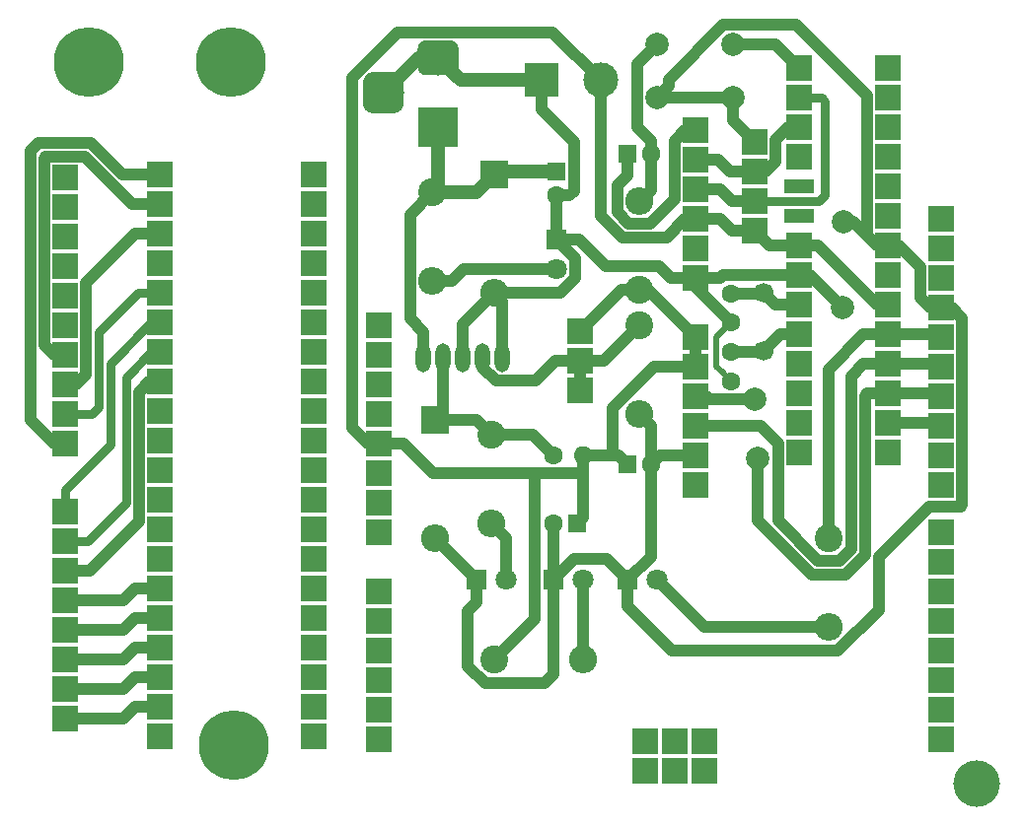
<source format=gbr>
G04 #@! TF.GenerationSoftware,KiCad,Pcbnew,(5.1.2)-2*
G04 #@! TF.CreationDate,2020-05-15T03:36:29+07:00*
G04 #@! TF.ProjectId,raspberypi_data,72617370-6265-4727-9970-695f64617461,rev?*
G04 #@! TF.SameCoordinates,Original*
G04 #@! TF.FileFunction,Copper,L2,Bot*
G04 #@! TF.FilePolarity,Positive*
%FSLAX46Y46*%
G04 Gerber Fmt 4.6, Leading zero omitted, Abs format (unit mm)*
G04 Created by KiCad (PCBNEW (5.1.2)-2) date 2020-05-15 03:36:29*
%MOMM*%
%LPD*%
G04 APERTURE LIST*
%ADD10R,2.200000X2.200000*%
%ADD11C,1.600000*%
%ADD12R,1.600000X1.600000*%
%ADD13O,2.400000X2.400000*%
%ADD14R,2.400000X2.400000*%
%ADD15R,1.800000X1.800000*%
%ADD16C,1.800000*%
%ADD17R,3.500000X3.500000*%
%ADD18C,0.100000*%
%ADD19C,3.000000*%
%ADD20C,3.500000*%
%ADD21R,3.000000X3.000000*%
%ADD22O,1.600000X1.600000*%
%ADD23C,2.400000*%
%ADD24C,2.000000*%
%ADD25O,1.275000X2.500000*%
%ADD26R,2.500000X1.200000*%
%ADD27C,1.700000*%
%ADD28C,4.000000*%
%ADD29C,6.000000*%
%ADD30C,1.200000*%
%ADD31C,1.000000*%
%ADD32C,0.500000*%
%ADD33C,0.800000*%
G04 APERTURE END LIST*
D10*
X92964000Y-102489000D03*
X92964000Y-105029000D03*
X95504000Y-105029000D03*
X95504000Y-102489000D03*
X98044000Y-105029000D03*
X70104000Y-89662000D03*
X70104000Y-84582000D03*
X70104000Y-82042000D03*
X70104000Y-79502000D03*
X70104000Y-76962000D03*
X70104000Y-74422000D03*
X70104000Y-71882000D03*
X70104000Y-69342000D03*
X118364000Y-102362000D03*
X118364000Y-99822000D03*
X118364000Y-97282000D03*
X118364000Y-94742000D03*
X118364000Y-92202000D03*
X118364000Y-89662000D03*
X118364000Y-87122000D03*
X118364000Y-84582000D03*
X118364000Y-65278000D03*
X118364000Y-80518000D03*
X118364000Y-77978000D03*
X118364000Y-75438000D03*
X118364000Y-57658000D03*
X118364000Y-60198000D03*
X118364000Y-62738000D03*
X118364000Y-67818000D03*
X118364000Y-70358000D03*
X118364000Y-72898000D03*
X70104000Y-66802000D03*
X70104000Y-92202000D03*
X70104000Y-94742000D03*
X70104000Y-97282000D03*
X70104000Y-99822000D03*
X70104000Y-102362000D03*
X98044000Y-102489000D03*
X51308000Y-53848000D03*
X51308000Y-56388000D03*
X51308000Y-58928000D03*
X51308000Y-61468000D03*
X51308000Y-64008000D03*
X51308000Y-66548000D03*
X51308000Y-69088000D03*
X51308000Y-71628000D03*
X51308000Y-74168000D03*
X51308000Y-76708000D03*
X51308000Y-79248000D03*
X51308000Y-81788000D03*
X51308000Y-84328000D03*
X51308000Y-86868000D03*
X51308000Y-89408000D03*
X51308000Y-91948000D03*
X51308000Y-94488000D03*
X51308000Y-97028000D03*
X51308000Y-99568000D03*
X51308000Y-102108000D03*
X64516000Y-102108000D03*
X64516000Y-99568000D03*
X64516000Y-97028000D03*
X64516000Y-94488000D03*
X64516000Y-91948000D03*
X64516000Y-89408000D03*
X64516000Y-86868000D03*
X64516000Y-84328000D03*
X64516000Y-81788000D03*
X64516000Y-79248000D03*
X64516000Y-76708000D03*
X64516000Y-74168000D03*
X64516000Y-71628000D03*
X64516000Y-69088000D03*
X64516000Y-66548000D03*
X64516000Y-64008000D03*
X64516000Y-61468000D03*
X64516000Y-58928000D03*
X64516000Y-56388000D03*
X64516000Y-53848000D03*
X43180000Y-76962000D03*
X43180000Y-74422000D03*
X43180000Y-71882000D03*
X43180000Y-69342000D03*
X43180000Y-66802000D03*
X43180000Y-64262000D03*
X43180000Y-61722000D03*
X43180000Y-59182000D03*
X43180000Y-56642000D03*
X43180000Y-54102000D03*
X43180000Y-100584000D03*
X43180000Y-98044000D03*
X43180000Y-95504000D03*
X43180000Y-92964000D03*
X43180000Y-90424000D03*
X43180000Y-87884000D03*
X43180000Y-85344000D03*
X43180000Y-82804000D03*
D11*
X85344000Y-55594000D03*
D12*
X85344000Y-53594000D03*
X91440000Y-78740000D03*
D11*
X93440000Y-78740000D03*
D12*
X87090000Y-83820000D03*
D11*
X85090000Y-83820000D03*
X93440000Y-52070000D03*
D12*
X91440000Y-52070000D03*
D13*
X80010000Y-64008000D03*
D14*
X80010000Y-53848000D03*
D15*
X85344000Y-59436000D03*
D16*
X85344000Y-61976000D03*
X87630000Y-88646000D03*
D15*
X85090000Y-88646000D03*
X91440000Y-88646000D03*
D16*
X93980000Y-88646000D03*
D14*
X74930000Y-74930000D03*
D13*
X74930000Y-85090000D03*
D16*
X81026000Y-88646000D03*
D15*
X78486000Y-88646000D03*
D17*
X75184000Y-49784000D03*
D18*
G36*
X76257513Y-42287611D02*
G01*
X76330318Y-42298411D01*
X76401714Y-42316295D01*
X76471013Y-42341090D01*
X76537548Y-42372559D01*
X76600678Y-42410398D01*
X76659795Y-42454242D01*
X76714330Y-42503670D01*
X76763758Y-42558205D01*
X76807602Y-42617322D01*
X76845441Y-42680452D01*
X76876910Y-42746987D01*
X76901705Y-42816286D01*
X76919589Y-42887682D01*
X76930389Y-42960487D01*
X76934000Y-43034000D01*
X76934000Y-44534000D01*
X76930389Y-44607513D01*
X76919589Y-44680318D01*
X76901705Y-44751714D01*
X76876910Y-44821013D01*
X76845441Y-44887548D01*
X76807602Y-44950678D01*
X76763758Y-45009795D01*
X76714330Y-45064330D01*
X76659795Y-45113758D01*
X76600678Y-45157602D01*
X76537548Y-45195441D01*
X76471013Y-45226910D01*
X76401714Y-45251705D01*
X76330318Y-45269589D01*
X76257513Y-45280389D01*
X76184000Y-45284000D01*
X74184000Y-45284000D01*
X74110487Y-45280389D01*
X74037682Y-45269589D01*
X73966286Y-45251705D01*
X73896987Y-45226910D01*
X73830452Y-45195441D01*
X73767322Y-45157602D01*
X73708205Y-45113758D01*
X73653670Y-45064330D01*
X73604242Y-45009795D01*
X73560398Y-44950678D01*
X73522559Y-44887548D01*
X73491090Y-44821013D01*
X73466295Y-44751714D01*
X73448411Y-44680318D01*
X73437611Y-44607513D01*
X73434000Y-44534000D01*
X73434000Y-43034000D01*
X73437611Y-42960487D01*
X73448411Y-42887682D01*
X73466295Y-42816286D01*
X73491090Y-42746987D01*
X73522559Y-42680452D01*
X73560398Y-42617322D01*
X73604242Y-42558205D01*
X73653670Y-42503670D01*
X73708205Y-42454242D01*
X73767322Y-42410398D01*
X73830452Y-42372559D01*
X73896987Y-42341090D01*
X73966286Y-42316295D01*
X74037682Y-42298411D01*
X74110487Y-42287611D01*
X74184000Y-42284000D01*
X76184000Y-42284000D01*
X76257513Y-42287611D01*
X76257513Y-42287611D01*
G37*
D19*
X75184000Y-43784000D03*
D18*
G36*
X71444765Y-45038213D02*
G01*
X71529704Y-45050813D01*
X71612999Y-45071677D01*
X71693848Y-45100605D01*
X71771472Y-45137319D01*
X71845124Y-45181464D01*
X71914094Y-45232616D01*
X71977718Y-45290282D01*
X72035384Y-45353906D01*
X72086536Y-45422876D01*
X72130681Y-45496528D01*
X72167395Y-45574152D01*
X72196323Y-45655001D01*
X72217187Y-45738296D01*
X72229787Y-45823235D01*
X72234000Y-45909000D01*
X72234000Y-47659000D01*
X72229787Y-47744765D01*
X72217187Y-47829704D01*
X72196323Y-47912999D01*
X72167395Y-47993848D01*
X72130681Y-48071472D01*
X72086536Y-48145124D01*
X72035384Y-48214094D01*
X71977718Y-48277718D01*
X71914094Y-48335384D01*
X71845124Y-48386536D01*
X71771472Y-48430681D01*
X71693848Y-48467395D01*
X71612999Y-48496323D01*
X71529704Y-48517187D01*
X71444765Y-48529787D01*
X71359000Y-48534000D01*
X69609000Y-48534000D01*
X69523235Y-48529787D01*
X69438296Y-48517187D01*
X69355001Y-48496323D01*
X69274152Y-48467395D01*
X69196528Y-48430681D01*
X69122876Y-48386536D01*
X69053906Y-48335384D01*
X68990282Y-48277718D01*
X68932616Y-48214094D01*
X68881464Y-48145124D01*
X68837319Y-48071472D01*
X68800605Y-47993848D01*
X68771677Y-47912999D01*
X68750813Y-47829704D01*
X68738213Y-47744765D01*
X68734000Y-47659000D01*
X68734000Y-45909000D01*
X68738213Y-45823235D01*
X68750813Y-45738296D01*
X68771677Y-45655001D01*
X68800605Y-45574152D01*
X68837319Y-45496528D01*
X68881464Y-45422876D01*
X68932616Y-45353906D01*
X68990282Y-45290282D01*
X69053906Y-45232616D01*
X69122876Y-45181464D01*
X69196528Y-45137319D01*
X69274152Y-45100605D01*
X69355001Y-45071677D01*
X69438296Y-45050813D01*
X69523235Y-45038213D01*
X69609000Y-45034000D01*
X71359000Y-45034000D01*
X71444765Y-45038213D01*
X71444765Y-45038213D01*
G37*
D20*
X70484000Y-46784000D03*
D10*
X97282000Y-50038000D03*
X97282000Y-52578000D03*
X97282000Y-55118000D03*
X97282000Y-57658000D03*
X97282000Y-60198000D03*
X97282000Y-62738000D03*
D21*
X84074000Y-45720000D03*
D19*
X89154000Y-45720000D03*
D10*
X102362000Y-51054000D03*
X102362000Y-53594000D03*
X102362000Y-56134000D03*
X102362000Y-58674000D03*
X97282000Y-67818000D03*
X97282000Y-70358000D03*
X97282000Y-72898000D03*
X97282000Y-75438000D03*
X97282000Y-77978000D03*
X97282000Y-80518000D03*
D11*
X85090000Y-77978000D03*
D22*
X87630000Y-77978000D03*
D23*
X74676000Y-55372000D03*
D13*
X74676000Y-62992000D03*
X87630000Y-95504000D03*
D23*
X80010000Y-95504000D03*
X108712000Y-85090000D03*
D13*
X108712000Y-92710000D03*
X92456000Y-74422000D03*
D23*
X92456000Y-66802000D03*
X79756000Y-76200000D03*
D13*
X79756000Y-83820000D03*
X92456000Y-56134000D03*
D23*
X92456000Y-63754000D03*
D10*
X87376000Y-72390000D03*
X87376000Y-69850000D03*
X87376000Y-67310000D03*
D24*
X93980000Y-47172000D03*
X93980000Y-42672000D03*
X100480000Y-47172000D03*
X100480000Y-42672000D03*
D25*
X73914000Y-69596000D03*
X75614000Y-69596000D03*
X77314000Y-69596000D03*
X79014000Y-69596000D03*
X80714000Y-69596000D03*
D10*
X106172000Y-44704000D03*
X113792000Y-77724000D03*
X106172000Y-47244000D03*
X113792000Y-75184000D03*
X106172000Y-49784000D03*
X113792000Y-72644000D03*
X106172000Y-52324000D03*
X113792000Y-70104000D03*
D26*
X106172000Y-54864000D03*
D10*
X113792000Y-67564000D03*
D26*
X106172000Y-57404000D03*
D10*
X113792000Y-65024000D03*
X106172000Y-59944000D03*
X113792000Y-62484000D03*
X106172000Y-62484000D03*
X113792000Y-59944000D03*
X106172000Y-65024000D03*
X113792000Y-57404000D03*
X106172000Y-67564000D03*
X113792000Y-54864000D03*
X106172000Y-70104000D03*
X113792000Y-52324000D03*
X106172000Y-72644000D03*
X113792000Y-49784000D03*
X106172000Y-75184000D03*
X113792000Y-47244000D03*
X106172000Y-77724000D03*
X113792000Y-44704000D03*
D27*
X103124000Y-64008000D03*
X103124000Y-69008000D03*
D11*
X100330000Y-64048000D03*
X100330000Y-66548000D03*
X100330000Y-69088000D03*
X100330000Y-71588000D03*
D28*
X121412000Y-106172000D03*
D29*
X57658000Y-102870000D03*
X45212000Y-44196000D03*
X57404000Y-44196000D03*
D24*
X109982000Y-57912000D03*
X109886002Y-65278000D03*
X102362000Y-73152000D03*
X102616000Y-78232000D03*
D30*
X75184000Y-54864000D02*
X74676000Y-55372000D01*
X75184000Y-49784000D02*
X75184000Y-54864000D01*
X78486000Y-55372000D02*
X80010000Y-53848000D01*
X74676000Y-55372000D02*
X78486000Y-55372000D01*
X80264000Y-53594000D02*
X80010000Y-53848000D01*
X85344000Y-53594000D02*
X80264000Y-53594000D01*
D31*
X73914000Y-67346000D02*
X73914000Y-69596000D01*
X72775999Y-66207999D02*
X73914000Y-67346000D01*
X72775999Y-57272001D02*
X72775999Y-66207999D01*
X74676000Y-55372000D02*
X72775999Y-57272001D01*
D30*
X73484000Y-43784000D02*
X70484000Y-46784000D01*
X75184000Y-43784000D02*
X73484000Y-43784000D01*
X77120000Y-45720000D02*
X75184000Y-43784000D01*
X84074000Y-45720000D02*
X77120000Y-45720000D01*
D31*
X86475370Y-55594000D02*
X85344000Y-55594000D01*
X86844001Y-55225369D02*
X86475370Y-55594000D01*
X86844001Y-50990001D02*
X86844001Y-55225369D01*
X84074000Y-48220000D02*
X86844001Y-50990001D01*
X84074000Y-45720000D02*
X84074000Y-48220000D01*
X86944001Y-61036001D02*
X85344000Y-59436000D01*
X86944001Y-62744001D02*
X86944001Y-61036001D01*
X85680002Y-64008000D02*
X86944001Y-62744001D01*
X80010000Y-64008000D02*
X85680002Y-64008000D01*
X85344000Y-55594000D02*
X85344000Y-59436000D01*
X80714000Y-64712000D02*
X80714000Y-69596000D01*
X80010000Y-64008000D02*
X80714000Y-64712000D01*
X77314000Y-66704000D02*
X80010000Y-64008000D01*
X77314000Y-69596000D02*
X77314000Y-66704000D01*
X93980000Y-47172000D02*
X100480000Y-47172000D01*
X100480000Y-49172000D02*
X102362000Y-51054000D01*
X100480000Y-47172000D02*
X100480000Y-49172000D01*
X74930000Y-85090000D02*
X78486000Y-88646000D01*
X85090000Y-83820000D02*
X85090000Y-88646000D01*
X89662000Y-86868000D02*
X91440000Y-88646000D01*
X86868000Y-86868000D02*
X89662000Y-86868000D01*
X85090000Y-88646000D02*
X86868000Y-86868000D01*
X93440000Y-86646000D02*
X91440000Y-88646000D01*
X93440000Y-78740000D02*
X93440000Y-86646000D01*
X93440000Y-75406000D02*
X93440000Y-78740000D01*
X92456000Y-74422000D02*
X93440000Y-75406000D01*
X94202000Y-77978000D02*
X93440000Y-78740000D01*
X97282000Y-77978000D02*
X94202000Y-77978000D01*
X97282000Y-63500000D02*
X100330000Y-66548000D01*
X97282000Y-62738000D02*
X97282000Y-63500000D01*
X99382000Y-62738000D02*
X97282000Y-62738000D01*
X99662001Y-62457999D02*
X99382000Y-62738000D01*
X104045999Y-62457999D02*
X99662001Y-62457999D01*
X104072000Y-62484000D02*
X104045999Y-62457999D01*
X106172000Y-62484000D02*
X104072000Y-62484000D01*
X117443998Y-65278000D02*
X118364000Y-65278000D01*
X116563999Y-64398001D02*
X117443998Y-65278000D01*
X116563999Y-61795997D02*
X116563999Y-64398001D01*
X114712002Y-59944000D02*
X116563999Y-61795997D01*
X113792000Y-59944000D02*
X114712002Y-59944000D01*
D32*
X99530001Y-70788001D02*
X100330000Y-71588000D01*
X99079999Y-70337999D02*
X99530001Y-70788001D01*
X99079999Y-67798001D02*
X99079999Y-70337999D01*
X100330000Y-66548000D02*
X99079999Y-67798001D01*
D31*
X109492002Y-94742000D02*
X95250000Y-94742000D01*
X113012020Y-91221982D02*
X109492002Y-94742000D01*
X113012020Y-86631980D02*
X113012020Y-91221982D01*
X119284002Y-65278000D02*
X120164001Y-66157999D01*
X118364000Y-65278000D02*
X119284002Y-65278000D01*
X120164001Y-66157999D02*
X120164001Y-82178001D01*
X120164001Y-82178001D02*
X120024001Y-82318001D01*
X120024001Y-82318001D02*
X117325999Y-82318001D01*
X117325999Y-82318001D02*
X113012020Y-86631980D01*
X91440000Y-90932000D02*
X91440000Y-88646000D01*
X95250000Y-94742000D02*
X91440000Y-90932000D01*
X95182000Y-62738000D02*
X97282000Y-62738000D01*
X94166000Y-61722000D02*
X95182000Y-62738000D01*
X89530000Y-61722000D02*
X94166000Y-61722000D01*
X87244000Y-59436000D02*
X89530000Y-61722000D01*
X85344000Y-59436000D02*
X87244000Y-59436000D01*
X78486000Y-90546000D02*
X77724000Y-91308000D01*
X78486000Y-88646000D02*
X78486000Y-90546000D01*
X77724000Y-96030002D02*
X79229998Y-97536000D01*
X77724000Y-91308000D02*
X77724000Y-96030002D01*
X85090000Y-90546000D02*
X85090000Y-88646000D01*
X85090000Y-96774000D02*
X85090000Y-90546000D01*
X84328000Y-97536000D02*
X85090000Y-96774000D01*
X79229998Y-97536000D02*
X84328000Y-97536000D01*
X112871998Y-59944000D02*
X113792000Y-59944000D01*
X111991999Y-59064001D02*
X112871998Y-59944000D01*
X111991999Y-47063997D02*
X111991999Y-59064001D01*
X105900001Y-40971999D02*
X111991999Y-47063997D01*
X99663999Y-40971999D02*
X105900001Y-40971999D01*
X94979999Y-45655999D02*
X99663999Y-40971999D01*
X94979999Y-46172001D02*
X94979999Y-45655999D01*
X93980000Y-47172000D02*
X94979999Y-46172001D01*
X107092002Y-62484000D02*
X109886002Y-65278000D01*
X106172000Y-62484000D02*
X107092002Y-62484000D01*
X112871998Y-59944000D02*
X110839998Y-57912000D01*
X110839998Y-57912000D02*
X109982000Y-57912000D01*
X109982000Y-57912000D02*
X109982000Y-57912000D01*
X109886002Y-65278000D02*
X109886002Y-65278000D01*
X96361998Y-57658000D02*
X97282000Y-57658000D01*
X94785987Y-59234011D02*
X96361998Y-57658000D01*
X89154000Y-57341072D02*
X91046939Y-59234011D01*
X89154000Y-45720000D02*
X89154000Y-57341072D01*
X90932000Y-63754000D02*
X87376000Y-67310000D01*
X92456000Y-63754000D02*
X90932000Y-63754000D01*
X90678000Y-77978000D02*
X91440000Y-78740000D01*
X87630000Y-83280000D02*
X87090000Y-83820000D01*
X87399999Y-79478001D02*
X87630000Y-79248000D01*
X72204000Y-76962000D02*
X74720001Y-79478001D01*
X70104000Y-76962000D02*
X72204000Y-76962000D01*
X87630000Y-77978000D02*
X87630000Y-79248000D01*
X87630000Y-79248000D02*
X87630000Y-83280000D01*
X83489999Y-79578001D02*
X83589999Y-79478001D01*
X83489999Y-92024001D02*
X83489999Y-79578001D01*
X80010000Y-95504000D02*
X83489999Y-92024001D01*
X74720001Y-79478001D02*
X83589999Y-79478001D01*
X83589999Y-79478001D02*
X87399999Y-79478001D01*
X97282000Y-67818000D02*
X97282000Y-70358000D01*
X93218000Y-63754000D02*
X97282000Y-67818000D01*
X92456000Y-63754000D02*
X93218000Y-63754000D01*
X90170000Y-73895998D02*
X90170000Y-77978000D01*
X93707998Y-70358000D02*
X90170000Y-73895998D01*
X97282000Y-70358000D02*
X93707998Y-70358000D01*
X87630000Y-77978000D02*
X90170000Y-77978000D01*
X90170000Y-77978000D02*
X90678000Y-77978000D01*
X112871998Y-65024000D02*
X113792000Y-65024000D01*
X107791998Y-59944000D02*
X112871998Y-65024000D01*
X106172000Y-59944000D02*
X107791998Y-59944000D01*
X103632000Y-59944000D02*
X106172000Y-59944000D01*
X102362000Y-58674000D02*
X103632000Y-59944000D01*
X100398000Y-58674000D02*
X102362000Y-58674000D01*
X99382000Y-57658000D02*
X100398000Y-58674000D01*
X97282000Y-57658000D02*
X99382000Y-57658000D01*
X91046939Y-59234011D02*
X94785987Y-59234011D01*
X69183998Y-76962000D02*
X70104000Y-76962000D01*
X67803999Y-75582001D02*
X69183998Y-76962000D01*
X67803999Y-45486601D02*
X67803999Y-75582001D01*
X71706610Y-41583990D02*
X67803999Y-45486601D01*
X89154000Y-45720000D02*
X85017990Y-41583990D01*
X85017990Y-41583990D02*
X71706610Y-41583990D01*
X93440000Y-50938630D02*
X93440000Y-52070000D01*
X92279999Y-49778629D02*
X93440000Y-50938630D01*
X92279999Y-44372001D02*
X92279999Y-49778629D01*
X93980000Y-42672000D02*
X92279999Y-44372001D01*
X93440000Y-55150000D02*
X93440000Y-52070000D01*
X92456000Y-56134000D02*
X93440000Y-55150000D01*
X104140000Y-42672000D02*
X106172000Y-44704000D01*
X100480000Y-42672000D02*
X104140000Y-42672000D01*
X96361998Y-50038000D02*
X97282000Y-50038000D01*
X95481999Y-55920003D02*
X95481999Y-50917999D01*
X93368001Y-58034001D02*
X95481999Y-55920003D01*
X91543999Y-58034001D02*
X93368001Y-58034001D01*
X95481999Y-50917999D02*
X96361998Y-50038000D01*
X90555999Y-57046001D02*
X91543999Y-58034001D01*
X90555999Y-54754001D02*
X90555999Y-57046001D01*
X91440000Y-53870000D02*
X90555999Y-54754001D01*
X91440000Y-52070000D02*
X91440000Y-53870000D01*
X104140000Y-65024000D02*
X106172000Y-65024000D01*
X103124000Y-64008000D02*
X104140000Y-65024000D01*
X103084000Y-64048000D02*
X103124000Y-64008000D01*
X100330000Y-64048000D02*
X103084000Y-64048000D01*
X104568000Y-67564000D02*
X106172000Y-67564000D01*
X103124000Y-69008000D02*
X104568000Y-67564000D01*
X103044000Y-69088000D02*
X103124000Y-69008000D01*
X100330000Y-69088000D02*
X103044000Y-69088000D01*
X84071208Y-61976000D02*
X85344000Y-61976000D01*
X77389056Y-61976000D02*
X84071208Y-61976000D01*
X76373056Y-62992000D02*
X77389056Y-61976000D01*
X74676000Y-62992000D02*
X76373056Y-62992000D01*
X87630000Y-88646000D02*
X87630000Y-95504000D01*
X98044000Y-92710000D02*
X108712000Y-92710000D01*
X93980000Y-88646000D02*
X98044000Y-92710000D01*
X75614000Y-74246000D02*
X74930000Y-74930000D01*
X75614000Y-69596000D02*
X75614000Y-74246000D01*
X78486000Y-74930000D02*
X79756000Y-76200000D01*
X74930000Y-74930000D02*
X78486000Y-74930000D01*
X83312000Y-76200000D02*
X85090000Y-77978000D01*
X79756000Y-76200000D02*
X83312000Y-76200000D01*
X81026000Y-85090000D02*
X81026000Y-88646000D01*
X79756000Y-83820000D02*
X81026000Y-85090000D01*
X42259998Y-76962000D02*
X43180000Y-76962000D01*
X48083072Y-53848000D02*
X45337061Y-51101989D01*
X40179989Y-51768011D02*
X40179989Y-74881991D01*
X51308000Y-53848000D02*
X48083072Y-53848000D01*
X45337061Y-51101989D02*
X40846011Y-51101989D01*
X40846011Y-51101989D02*
X40179989Y-51768011D01*
X40179989Y-74881991D02*
X42259998Y-76962000D01*
X42259998Y-69342000D02*
X43180000Y-69342000D01*
X41379999Y-68462001D02*
X42259998Y-69342000D01*
X41519999Y-52301999D02*
X41379999Y-52441999D01*
X41379999Y-52441999D02*
X41379999Y-68462001D01*
X44840001Y-52301999D02*
X41519999Y-52301999D01*
X48926002Y-56388000D02*
X44840001Y-52301999D01*
X51308000Y-56388000D02*
X48926002Y-56388000D01*
X44100002Y-71882000D02*
X43180000Y-71882000D01*
X44980001Y-71002001D02*
X44100002Y-71882000D01*
X44980001Y-63155999D02*
X44980001Y-71002001D01*
X49208000Y-58928000D02*
X44980001Y-63155999D01*
X51308000Y-58928000D02*
X49208000Y-58928000D01*
D33*
X45080000Y-74422000D02*
X43180000Y-74422000D01*
X45466000Y-74422000D02*
X45080000Y-74422000D01*
X46080011Y-73807989D02*
X45466000Y-74422000D01*
X46080011Y-67335989D02*
X46080011Y-73807989D01*
X49408000Y-64008000D02*
X46080011Y-67335989D01*
X51308000Y-64008000D02*
X49408000Y-64008000D01*
X43180000Y-80904000D02*
X43180000Y-82804000D01*
X47080021Y-77003979D02*
X43180000Y-80904000D01*
X47080021Y-70035977D02*
X47080021Y-77003979D01*
X50567998Y-66548000D02*
X47080021Y-70035977D01*
X51308000Y-66548000D02*
X50567998Y-66548000D01*
X45080000Y-85344000D02*
X43180000Y-85344000D01*
X48407989Y-82016011D02*
X45080000Y-85344000D01*
X48407989Y-71248009D02*
X48407989Y-82016011D01*
X50567998Y-69088000D02*
X48407989Y-71248009D01*
X51308000Y-69088000D02*
X50567998Y-69088000D01*
D31*
X45280000Y-87884000D02*
X43180000Y-87884000D01*
X49507999Y-83656001D02*
X45280000Y-87884000D01*
X49507999Y-72507999D02*
X49507999Y-83656001D01*
X50387998Y-71628000D02*
X49507999Y-72507999D01*
X51308000Y-71628000D02*
X50387998Y-71628000D01*
X45280000Y-90424000D02*
X43180000Y-90424000D01*
X48192000Y-90424000D02*
X45280000Y-90424000D01*
X49208000Y-89408000D02*
X48192000Y-90424000D01*
X51308000Y-89408000D02*
X49208000Y-89408000D01*
X45280000Y-92964000D02*
X43180000Y-92964000D01*
X48192000Y-92964000D02*
X45280000Y-92964000D01*
X49208000Y-91948000D02*
X48192000Y-92964000D01*
X51308000Y-91948000D02*
X49208000Y-91948000D01*
X45280000Y-95504000D02*
X43180000Y-95504000D01*
X48192000Y-95504000D02*
X45280000Y-95504000D01*
X49208000Y-94488000D02*
X48192000Y-95504000D01*
X51308000Y-94488000D02*
X49208000Y-94488000D01*
X45280000Y-98044000D02*
X43180000Y-98044000D01*
X48192000Y-98044000D02*
X45280000Y-98044000D01*
X49208000Y-97028000D02*
X48192000Y-98044000D01*
X51308000Y-97028000D02*
X49208000Y-97028000D01*
X45280000Y-100584000D02*
X43180000Y-100584000D01*
X48192000Y-100584000D02*
X45280000Y-100584000D01*
X49208000Y-99568000D02*
X48192000Y-100584000D01*
X51308000Y-99568000D02*
X49208000Y-99568000D01*
X99246000Y-52578000D02*
X97282000Y-52578000D01*
X100262000Y-53594000D02*
X99246000Y-52578000D01*
X102362000Y-53594000D02*
X100262000Y-53594000D01*
X103282002Y-53594000D02*
X102362000Y-53594000D01*
X104162001Y-52714001D02*
X103282002Y-53594000D01*
X104162001Y-50873997D02*
X104162001Y-52714001D01*
X105251998Y-49784000D02*
X104162001Y-50873997D01*
X106172000Y-49784000D02*
X105251998Y-49784000D01*
X100398000Y-56134000D02*
X102362000Y-56134000D01*
X99382000Y-55118000D02*
X100398000Y-56134000D01*
X97282000Y-55118000D02*
X99382000Y-55118000D01*
D33*
X104262000Y-56134000D02*
X102362000Y-56134000D01*
X107832002Y-56134000D02*
X104262000Y-56134000D01*
X108381999Y-55584003D02*
X107832002Y-56134000D01*
X108381999Y-47553999D02*
X108381999Y-55584003D01*
X108072000Y-47244000D02*
X108381999Y-47553999D01*
X106172000Y-47244000D02*
X108072000Y-47244000D01*
D31*
X118110000Y-72644000D02*
X118364000Y-72898000D01*
X113792000Y-72644000D02*
X118110000Y-72644000D01*
X107302938Y-88190010D02*
X102616000Y-83503072D01*
X110121061Y-88190011D02*
X107302938Y-88190010D01*
X111812010Y-86499062D02*
X110121061Y-88190011D01*
X111812011Y-72845989D02*
X111812010Y-86499062D01*
X113792000Y-72644000D02*
X112014000Y-72644000D01*
X112014000Y-72644000D02*
X111812011Y-72845989D01*
X102616000Y-83503072D02*
X102616000Y-78232000D01*
X98202002Y-72898000D02*
X98456002Y-73152000D01*
X97282000Y-72898000D02*
X98202002Y-72898000D01*
X98456002Y-73152000D02*
X102362000Y-73152000D01*
X102362000Y-73152000D02*
X102362000Y-73152000D01*
X102616000Y-78232000D02*
X102616000Y-78232000D01*
X118110000Y-70104000D02*
X118364000Y-70358000D01*
X113792000Y-70104000D02*
X118110000Y-70104000D01*
X107799999Y-86990001D02*
X104371999Y-83562001D01*
X109624001Y-86990001D02*
X107799999Y-86990001D01*
X110612001Y-86002001D02*
X109624001Y-86990001D01*
X110612001Y-71183999D02*
X110612001Y-86002001D01*
X113792000Y-70104000D02*
X111692000Y-70104000D01*
X111692000Y-70104000D02*
X110612001Y-71183999D01*
X104371999Y-83562001D02*
X104371999Y-76939999D01*
X102870000Y-75438000D02*
X97282000Y-75438000D01*
X104371999Y-76939999D02*
X102870000Y-75438000D01*
X118110000Y-67564000D02*
X118364000Y-67818000D01*
X113792000Y-67564000D02*
X118110000Y-67564000D01*
X108712000Y-70544000D02*
X108712000Y-85090000D01*
X111692000Y-67564000D02*
X108712000Y-70544000D01*
X113792000Y-67564000D02*
X111692000Y-67564000D01*
X89408000Y-69850000D02*
X87376000Y-69850000D01*
X92456000Y-66802000D02*
X89408000Y-69850000D01*
X87376000Y-69850000D02*
X87376000Y-72390000D01*
X85276000Y-69850000D02*
X87376000Y-69850000D01*
X83579990Y-71546010D02*
X85276000Y-69850000D01*
X80159986Y-71546010D02*
X83579990Y-71546010D01*
X79014000Y-70400024D02*
X80159986Y-71546010D01*
X79014000Y-69596000D02*
X79014000Y-70400024D01*
X118110000Y-75184000D02*
X118364000Y-75438000D01*
X113792000Y-75184000D02*
X118110000Y-75184000D01*
M02*

</source>
